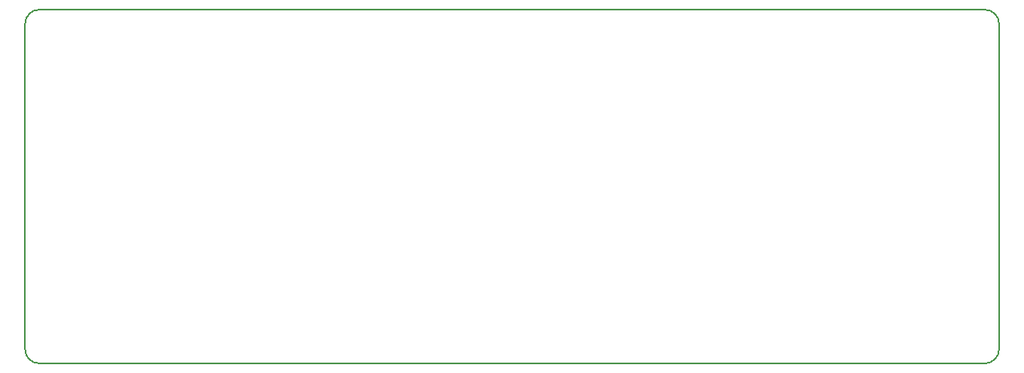
<source format=gbr>
G04 #@! TF.GenerationSoftware,KiCad,Pcbnew,5.0.0-fee4fd1~66~ubuntu16.04.1*
G04 #@! TF.CreationDate,2018-09-07T15:36:00-07:00*
G04 #@! TF.ProjectId,fk-naturalist,666B2D6E61747572616C6973742E6B69,0.1*
G04 #@! TF.SameCoordinates,PX791ddc0PY791ddc0*
G04 #@! TF.FileFunction,Profile,NP*
%FSLAX46Y46*%
G04 Gerber Fmt 4.6, Leading zero omitted, Abs format (unit mm)*
G04 Created by KiCad (PCBNEW 5.0.0-fee4fd1~66~ubuntu16.04.1) date Fri Sep  7 15:36:00 2018*
%MOMM*%
%LPD*%
G01*
G04 APERTURE LIST*
%ADD10C,0.150000*%
G04 APERTURE END LIST*
D10*
X50000000Y16500000D02*
G75*
G03X48500000Y18000000I-1500000J0D01*
G01*
X-51500000Y18000000D02*
G75*
G03X-53000000Y16500000I0J-1500000D01*
G01*
X-53000000Y-18000000D02*
G75*
G03X-51500000Y-19500000I1500000J0D01*
G01*
X48500000Y-19500000D02*
G75*
G03X50000000Y-18000000I0J1500000D01*
G01*
X-51500000Y-19500000D02*
X48500000Y-19500000D01*
X48500000Y18000000D02*
X-51500000Y18000000D01*
X-53000000Y16500000D02*
X-53000000Y-18000000D01*
X50000000Y-18000000D02*
X50000000Y16500000D01*
M02*

</source>
